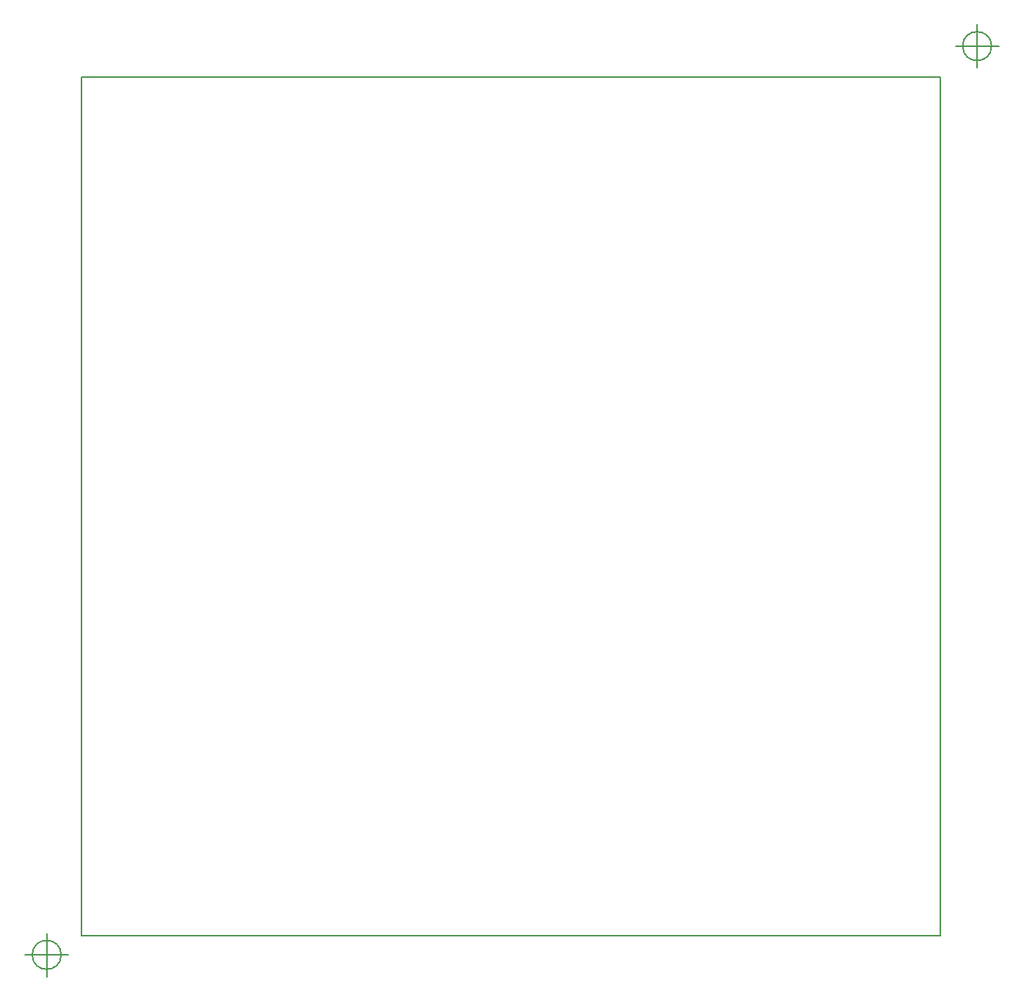
<source format=gbr>
G04 #@! TF.FileFunction,Profile,NP*
%FSLAX46Y46*%
G04 Gerber Fmt 4.6, Leading zero omitted, Abs format (unit mm)*
G04 Created by KiCad (PCBNEW (2014-12-08 BZR 5317)-product) date mar. 23 déc. 2014 08:50:27 CET*
%MOMM*%
G01*
G04 APERTURE LIST*
%ADD10C,0.150000*%
G04 APERTURE END LIST*
D10*
X111966166Y-134302500D02*
G75*
G03X111966166Y-134302500I-1666666J0D01*
G01*
X107799500Y-134302500D02*
X112799500Y-134302500D01*
X110299500Y-131802500D02*
X110299500Y-136802500D01*
X219281166Y-29464000D02*
G75*
G03X219281166Y-29464000I-1666666J0D01*
G01*
X215114500Y-29464000D02*
X220114500Y-29464000D01*
X217614500Y-26964000D02*
X217614500Y-31964000D01*
X114300000Y-132080000D02*
X114300000Y-82550000D01*
X213360000Y-132080000D02*
X114300000Y-132080000D01*
X213360000Y-33020000D02*
X213360000Y-132080000D01*
X114300000Y-33020000D02*
X213360000Y-33020000D01*
X114300000Y-82550000D02*
X114300000Y-33020000D01*
M02*

</source>
